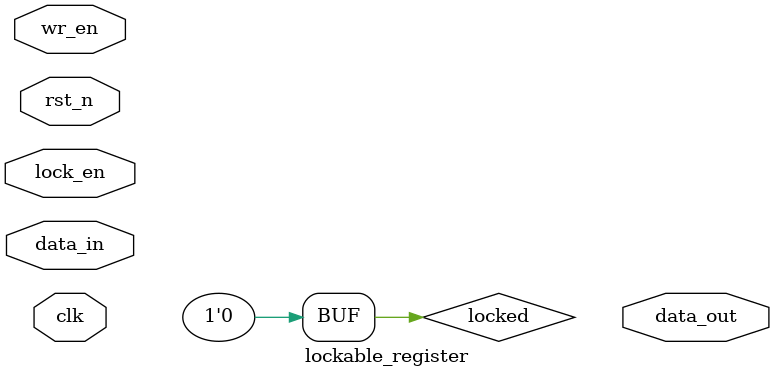
<source format=v>
module lockable_register(
    input wire clk, rst_n,
    input wire lock_en,
    input wire [7:0] data_in,
    input wire wr_en,
    output reg [7:0] data_out
);

reg locked = 0;

//if lock_en is ever true, lock the register until reset
//if register is unlocked, set data_out to data_in when wr_en is true
//-copilot next line-




endmodule
</source>
